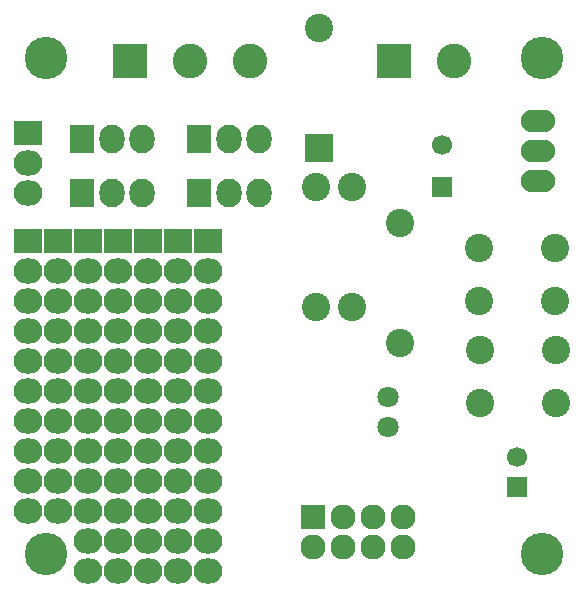
<source format=gbs>
G04 #@! TF.FileFunction,Soldermask,Bot*
%FSLAX46Y46*%
G04 Gerber Fmt 4.6, Leading zero omitted, Abs format (unit mm)*
G04 Created by KiCad (PCBNEW no-vcs-found-undefined) date Sat Nov 12 12:03:49 2016*
%MOMM*%
%LPD*%
G01*
G04 APERTURE LIST*
%ADD10C,0.100000*%
%ADD11R,2.127200X2.127200*%
%ADD12O,2.127200X2.127200*%
%ADD13R,2.432000X2.127200*%
%ADD14O,2.432000X2.127200*%
%ADD15C,3.600000*%
%ADD16R,1.700000X1.700000*%
%ADD17C,1.700000*%
%ADD18C,2.398980*%
%ADD19R,2.398980X2.398980*%
%ADD20R,2.940000X2.940000*%
%ADD21C,2.940000*%
%ADD22O,2.899360X1.901140*%
%ADD23O,2.127200X2.432000*%
%ADD24R,2.127200X2.432000*%
%ADD25C,1.797000*%
%ADD26C,2.400000*%
G04 APERTURE END LIST*
D10*
D11*
X26670000Y-42888000D03*
D12*
X26670000Y-45428000D03*
X29210000Y-42888000D03*
X29210000Y-45428000D03*
X31750000Y-42888000D03*
X31750000Y-45428000D03*
X34290000Y-42888000D03*
X34290000Y-45428000D03*
D13*
X15240000Y-19520000D03*
D14*
X15240000Y-22060000D03*
X15240000Y-24600000D03*
X15240000Y-27140000D03*
X15240000Y-29680000D03*
X15240000Y-32220000D03*
X15240000Y-34760000D03*
X15240000Y-37300000D03*
X15240000Y-39840000D03*
X15240000Y-42380000D03*
X15240000Y-44920000D03*
X15240000Y-47460000D03*
D13*
X12700000Y-19520000D03*
D14*
X12700000Y-22060000D03*
X12700000Y-24600000D03*
X12700000Y-27140000D03*
X12700000Y-29680000D03*
X12700000Y-32220000D03*
X12700000Y-34760000D03*
X12700000Y-37300000D03*
X12700000Y-39840000D03*
X12700000Y-42380000D03*
X12700000Y-44920000D03*
X12700000Y-47460000D03*
D13*
X10160000Y-19520000D03*
D14*
X10160000Y-22060000D03*
X10160000Y-24600000D03*
X10160000Y-27140000D03*
X10160000Y-29680000D03*
X10160000Y-32220000D03*
X10160000Y-34760000D03*
X10160000Y-37300000D03*
X10160000Y-39840000D03*
X10160000Y-42380000D03*
X10160000Y-44920000D03*
X10160000Y-47460000D03*
D13*
X7620000Y-19520000D03*
D14*
X7620000Y-22060000D03*
X7620000Y-24600000D03*
X7620000Y-27140000D03*
X7620000Y-29680000D03*
X7620000Y-32220000D03*
X7620000Y-34760000D03*
X7620000Y-37300000D03*
X7620000Y-39840000D03*
X7620000Y-42380000D03*
X7620000Y-44920000D03*
X7620000Y-47460000D03*
D13*
X5080000Y-19520000D03*
D14*
X5080000Y-22060000D03*
X5080000Y-24600000D03*
X5080000Y-27140000D03*
X5080000Y-29680000D03*
X5080000Y-32220000D03*
X5080000Y-34760000D03*
X5080000Y-37300000D03*
X5080000Y-39840000D03*
X5080000Y-42380000D03*
X17780000Y-47460000D03*
X17780000Y-44920000D03*
X17780000Y-42380000D03*
X17780000Y-39840000D03*
X17780000Y-37300000D03*
X17780000Y-34760000D03*
X17780000Y-32220000D03*
X17780000Y-29680000D03*
X17780000Y-27140000D03*
X17780000Y-24600000D03*
X17780000Y-22060000D03*
D13*
X17780000Y-19520000D03*
D14*
X2540000Y-42380000D03*
X2540000Y-39840000D03*
X2540000Y-37300000D03*
X2540000Y-34760000D03*
X2540000Y-32220000D03*
X2540000Y-29680000D03*
X2540000Y-27140000D03*
X2540000Y-24600000D03*
X2540000Y-22060000D03*
D13*
X2540000Y-19520000D03*
D15*
X46000000Y-4000000D03*
X4000000Y-4000000D03*
X4000000Y-46000000D03*
D16*
X43942000Y-40308000D03*
D17*
X43942000Y-37808000D03*
D18*
X27178000Y-1486000D03*
D19*
X27178000Y-11646000D03*
D20*
X33528000Y-4280000D03*
D21*
X38608000Y-4280000D03*
D20*
X11176000Y-4280000D03*
D21*
X16256000Y-4280000D03*
X21336000Y-4280000D03*
D13*
X2540000Y-10376000D03*
D14*
X2540000Y-12916000D03*
X2540000Y-15456000D03*
D18*
X26924000Y-25108000D03*
X26924000Y-14948000D03*
X29972000Y-25108000D03*
X29972000Y-14948000D03*
X34036000Y-17996000D03*
X34036000Y-28156000D03*
D22*
X45720000Y-11900000D03*
X45720000Y-9360000D03*
X45720000Y-14440000D03*
D15*
X46000000Y-46000000D03*
D17*
X37592000Y-11392000D03*
D16*
X37592000Y-14892000D03*
D23*
X22098000Y-10884000D03*
X19558000Y-10884000D03*
D24*
X17018000Y-10884000D03*
X17018000Y-15456000D03*
D23*
X19558000Y-15456000D03*
X22098000Y-15456000D03*
X12192000Y-10884000D03*
X9652000Y-10884000D03*
D24*
X7112000Y-10884000D03*
X7112000Y-15456000D03*
D23*
X9652000Y-15456000D03*
X12192000Y-15456000D03*
D25*
X33020000Y-32728000D03*
X33020000Y-35268000D03*
D26*
X40744000Y-33236000D03*
X40744000Y-28736000D03*
X47244000Y-33236000D03*
X47244000Y-28736000D03*
X40665400Y-24600000D03*
X40665400Y-20100000D03*
X47165400Y-24600000D03*
X47165400Y-20100000D03*
M02*

</source>
